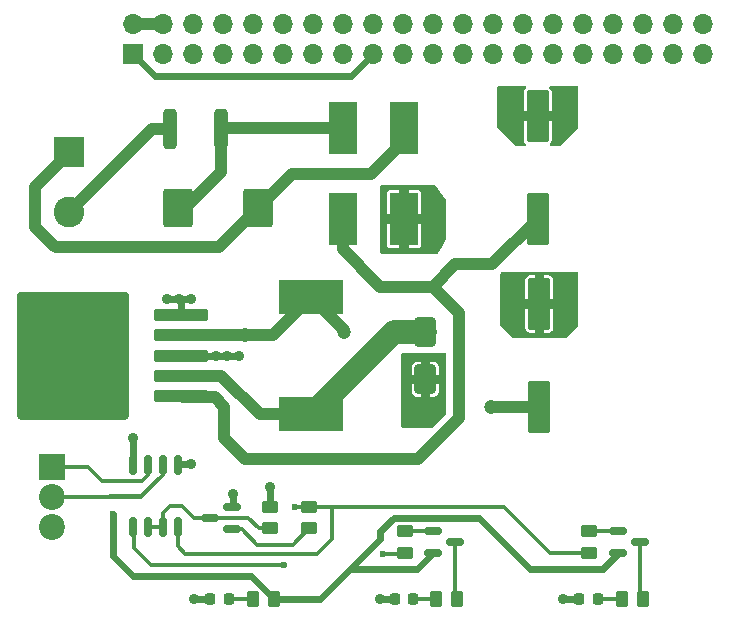
<source format=gbr>
%TF.GenerationSoftware,KiCad,Pcbnew,8.0.0*%
%TF.CreationDate,2024-03-02T01:18:58-06:00*%
%TF.ProjectId,kicad-power-hat,6b696361-642d-4706-9f77-65722d686174,rev?*%
%TF.SameCoordinates,Original*%
%TF.FileFunction,Copper,L1,Top*%
%TF.FilePolarity,Positive*%
%FSLAX46Y46*%
G04 Gerber Fmt 4.6, Leading zero omitted, Abs format (unit mm)*
G04 Created by KiCad (PCBNEW 8.0.0) date 2024-03-02 01:18:58*
%MOMM*%
%LPD*%
G01*
G04 APERTURE LIST*
G04 Aperture macros list*
%AMRoundRect*
0 Rectangle with rounded corners*
0 $1 Rounding radius*
0 $2 $3 $4 $5 $6 $7 $8 $9 X,Y pos of 4 corners*
0 Add a 4 corners polygon primitive as box body*
4,1,4,$2,$3,$4,$5,$6,$7,$8,$9,$2,$3,0*
0 Add four circle primitives for the rounded corners*
1,1,$1+$1,$2,$3*
1,1,$1+$1,$4,$5*
1,1,$1+$1,$6,$7*
1,1,$1+$1,$8,$9*
0 Add four rect primitives between the rounded corners*
20,1,$1+$1,$2,$3,$4,$5,0*
20,1,$1+$1,$4,$5,$6,$7,0*
20,1,$1+$1,$6,$7,$8,$9,0*
20,1,$1+$1,$8,$9,$2,$3,0*%
G04 Aperture macros list end*
%TA.AperFunction,SMDPad,CuDef*%
%ADD10R,2.400000X4.400000*%
%TD*%
%TA.AperFunction,SMDPad,CuDef*%
%ADD11RoundRect,0.250000X0.700000X-1.950000X0.700000X1.950000X-0.700000X1.950000X-0.700000X-1.950000X0*%
%TD*%
%TA.AperFunction,SMDPad,CuDef*%
%ADD12RoundRect,0.150000X0.150000X-0.675000X0.150000X0.675000X-0.150000X0.675000X-0.150000X-0.675000X0*%
%TD*%
%TA.AperFunction,SMDPad,CuDef*%
%ADD13RoundRect,0.250000X2.050000X0.300000X-2.050000X0.300000X-2.050000X-0.300000X2.050000X-0.300000X0*%
%TD*%
%TA.AperFunction,SMDPad,CuDef*%
%ADD14RoundRect,0.250000X2.025000X2.375000X-2.025000X2.375000X-2.025000X-2.375000X2.025000X-2.375000X0*%
%TD*%
%TA.AperFunction,SMDPad,CuDef*%
%ADD15RoundRect,0.250002X4.449998X5.149998X-4.449998X5.149998X-4.449998X-5.149998X4.449998X-5.149998X0*%
%TD*%
%TA.AperFunction,SMDPad,CuDef*%
%ADD16RoundRect,0.250000X-0.262500X-0.450000X0.262500X-0.450000X0.262500X0.450000X-0.262500X0.450000X0*%
%TD*%
%TA.AperFunction,SMDPad,CuDef*%
%ADD17RoundRect,0.250000X0.450000X-0.262500X0.450000X0.262500X-0.450000X0.262500X-0.450000X-0.262500X0*%
%TD*%
%TA.AperFunction,SMDPad,CuDef*%
%ADD18RoundRect,0.250000X-0.450000X0.262500X-0.450000X-0.262500X0.450000X-0.262500X0.450000X0.262500X0*%
%TD*%
%TA.AperFunction,SMDPad,CuDef*%
%ADD19RoundRect,0.150000X-0.587500X-0.150000X0.587500X-0.150000X0.587500X0.150000X-0.587500X0.150000X0*%
%TD*%
%TA.AperFunction,SMDPad,CuDef*%
%ADD20RoundRect,0.150000X0.587500X0.150000X-0.587500X0.150000X-0.587500X-0.150000X0.587500X-0.150000X0*%
%TD*%
%TA.AperFunction,SMDPad,CuDef*%
%ADD21R,5.400000X2.900000*%
%TD*%
%TA.AperFunction,ComponentPad*%
%ADD22R,2.200000X2.200000*%
%TD*%
%TA.AperFunction,ComponentPad*%
%ADD23C,2.200000*%
%TD*%
%TA.AperFunction,ComponentPad*%
%ADD24O,1.700000X1.700000*%
%TD*%
%TA.AperFunction,ComponentPad*%
%ADD25R,1.700000X1.700000*%
%TD*%
%TA.AperFunction,ComponentPad*%
%ADD26R,2.600000X2.600000*%
%TD*%
%TA.AperFunction,ComponentPad*%
%ADD27C,2.600000*%
%TD*%
%TA.AperFunction,SMDPad,CuDef*%
%ADD28RoundRect,0.250000X-0.312500X-1.450000X0.312500X-1.450000X0.312500X1.450000X-0.312500X1.450000X0*%
%TD*%
%TA.AperFunction,SMDPad,CuDef*%
%ADD29RoundRect,0.218750X-0.218750X-0.256250X0.218750X-0.256250X0.218750X0.256250X-0.218750X0.256250X0*%
%TD*%
%TA.AperFunction,SMDPad,CuDef*%
%ADD30RoundRect,0.250000X-0.650000X1.000000X-0.650000X-1.000000X0.650000X-1.000000X0.650000X1.000000X0*%
%TD*%
%TA.AperFunction,SMDPad,CuDef*%
%ADD31RoundRect,0.250000X-1.000000X1.400000X-1.000000X-1.400000X1.000000X-1.400000X1.000000X1.400000X0*%
%TD*%
%TA.AperFunction,ViaPad*%
%ADD32C,0.600000*%
%TD*%
%TA.AperFunction,ViaPad*%
%ADD33C,0.900000*%
%TD*%
%TA.AperFunction,ViaPad*%
%ADD34C,1.200000*%
%TD*%
%TA.AperFunction,Conductor*%
%ADD35C,0.300000*%
%TD*%
%TA.AperFunction,Conductor*%
%ADD36C,0.600000*%
%TD*%
%TA.AperFunction,Conductor*%
%ADD37C,1.000000*%
%TD*%
%TA.AperFunction,Conductor*%
%ADD38C,2.000000*%
%TD*%
G04 APERTURE END LIST*
D10*
%TO.P,D3,1,-*%
%TO.N,GND*%
X125195000Y-109815000D03*
%TO.P,D3,2*%
%TO.N,/AC N*%
X125195000Y-102115000D03*
%TO.P,D3,3*%
%TO.N,/AC L*%
X119995000Y-102115000D03*
%TO.P,D3,4,+*%
%TO.N,/DC+*%
X119995000Y-109815000D03*
%TD*%
D11*
%TO.P,C1,1*%
%TO.N,/DC+*%
X136525000Y-109815000D03*
%TO.P,C1,2*%
%TO.N,GND*%
X136525000Y-101115000D03*
%TD*%
D12*
%TO.P,U1,8,VCC*%
%TO.N,3V3*%
X102235000Y-130640000D03*
%TO.P,U1,7,B*%
%TO.N,Net-(J3-Pin_1)*%
X103505000Y-130640000D03*
%TO.P,U1,6,A*%
%TO.N,Net-(J3-Pin_2)*%
X104775000Y-130640000D03*
%TO.P,U1,5,GND*%
%TO.N,GND*%
X106045000Y-130640000D03*
%TO.P,U1,4,DI*%
%TO.N,TXD*%
X106045000Y-135890000D03*
%TO.P,U1,3,DE*%
%TO.N,Net-(Q1-C)*%
X104775000Y-135890000D03*
%TO.P,U1,2,~{RE}*%
X103505000Y-135890000D03*
%TO.P,U1,1,RO*%
%TO.N,RXD*%
X102235000Y-135890000D03*
%TD*%
D13*
%TO.P,U2,1,VIN*%
%TO.N,/DC+*%
X106305000Y-124780000D03*
%TO.P,U2,2,OUT*%
%TO.N,Net-(D5-K)*%
X106305000Y-123080000D03*
%TO.P,U2,3,GND*%
%TO.N,GND*%
X106305000Y-121380000D03*
D14*
X99580000Y-124155000D03*
X99580000Y-118605000D03*
D15*
X97155000Y-121380000D03*
D14*
X94730000Y-124155000D03*
X94730000Y-118605000D03*
D13*
%TO.P,U2,4,FB*%
%TO.N,5V*%
X106305000Y-119680000D03*
%TO.P,U2,5,~{ON}/OFF*%
%TO.N,GND*%
X106305000Y-117980000D03*
%TD*%
D16*
%TO.P,R1,1*%
%TO.N,Net-(D1-A)*%
X112371500Y-141986000D03*
%TO.P,R1,2*%
%TO.N,3V3*%
X114196500Y-141986000D03*
%TD*%
%TO.P,R5,1*%
%TO.N,Net-(D4-A)*%
X127865500Y-141986000D03*
%TO.P,R5,2*%
%TO.N,Net-(Q2-C)*%
X129690500Y-141986000D03*
%TD*%
D17*
%TO.P,R4,1*%
%TO.N,USRLED*%
X125300500Y-138072500D03*
%TO.P,R4,2*%
%TO.N,Net-(Q2-B)*%
X125300500Y-136247500D03*
%TD*%
D16*
%TO.P,R7,1*%
%TO.N,Net-(D6-A)*%
X143613500Y-141986000D03*
%TO.P,R7,2*%
%TO.N,Net-(Q3-C)*%
X145438500Y-141986000D03*
%TD*%
D17*
%TO.P,R6,1*%
%TO.N,TXD*%
X140891500Y-138072500D03*
%TO.P,R6,2*%
%TO.N,Net-(Q3-B)*%
X140891500Y-136247500D03*
%TD*%
D18*
%TO.P,R2,2*%
%TO.N,Net-(Q1-B)*%
X117172500Y-136020500D03*
%TO.P,R2,1*%
%TO.N,TXD*%
X117172500Y-134195500D03*
%TD*%
%TO.P,R3,2*%
%TO.N,Net-(Q1-C)*%
X113870500Y-136020500D03*
%TO.P,R3,1*%
%TO.N,3V3*%
X113870500Y-134195500D03*
%TD*%
D19*
%TO.P,Q2,3,C*%
%TO.N,Net-(Q2-C)*%
X129540000Y-137160000D03*
%TO.P,Q2,2,E*%
%TO.N,3V3*%
X127665000Y-138110000D03*
%TO.P,Q2,1,B*%
%TO.N,Net-(Q2-B)*%
X127665000Y-136210000D03*
%TD*%
%TO.P,Q3,1,B*%
%TO.N,Net-(Q3-B)*%
X143334500Y-136210000D03*
%TO.P,Q3,2,E*%
%TO.N,3V3*%
X143334500Y-138110000D03*
%TO.P,Q3,3,C*%
%TO.N,Net-(Q3-C)*%
X145209500Y-137160000D03*
%TD*%
D20*
%TO.P,Q1,3,C*%
%TO.N,Net-(Q1-C)*%
X108790500Y-135128000D03*
%TO.P,Q1,2,E*%
%TO.N,GND*%
X110665500Y-134178000D03*
%TO.P,Q1,1,B*%
%TO.N,Net-(Q1-B)*%
X110665500Y-136078000D03*
%TD*%
D21*
%TO.P,L1,1*%
%TO.N,Net-(D5-K)*%
X117331666Y-126330000D03*
%TO.P,L1,2*%
%TO.N,5V*%
X117331666Y-116430000D03*
%TD*%
D22*
%TO.P,J3,1,Pin_1*%
%TO.N,Net-(J3-Pin_1)*%
X95350000Y-130810000D03*
D23*
%TO.P,J3,2,Pin_2*%
%TO.N,Net-(J3-Pin_2)*%
X95350000Y-133350000D03*
%TO.P,J3,3,Pin_3*%
%TO.N,GND*%
X95350000Y-135890000D03*
%TD*%
D24*
%TO.P,J1,40,GPIO21/SCLK1*%
%TO.N,unconnected-(J1-GPIO21{slash}SCLK1-Pad40)*%
X150500000Y-93350000D03*
%TO.P,J1,39,GND*%
%TO.N,GND*%
X150500000Y-95890000D03*
%TO.P,J1,38,GPIO20/MOSI1*%
%TO.N,unconnected-(J1-GPIO20{slash}MOSI1-Pad38)*%
X147960000Y-93350000D03*
%TO.P,J1,37,GPIO26*%
%TO.N,unconnected-(J1-GPIO26-Pad37)*%
X147960000Y-95890000D03*
%TO.P,J1,36,GPIO16*%
%TO.N,unconnected-(J1-GPIO16-Pad36)*%
X145420000Y-93350000D03*
%TO.P,J1,35,GPIO19/MISO1*%
%TO.N,unconnected-(J1-GPIO19{slash}MISO1-Pad35)*%
X145420000Y-95890000D03*
%TO.P,J1,34,GND*%
%TO.N,GND*%
X142880000Y-93350000D03*
%TO.P,J1,33,PWM1/GPIO13*%
%TO.N,unconnected-(J1-PWM1{slash}GPIO13-Pad33)*%
X142880000Y-95890000D03*
%TO.P,J1,32,PWM0/GPIO12*%
%TO.N,unconnected-(J1-PWM0{slash}GPIO12-Pad32)*%
X140340000Y-93350000D03*
%TO.P,J1,31,GCLK2/GPIO6*%
%TO.N,unconnected-(J1-GCLK2{slash}GPIO6-Pad31)*%
X140340000Y-95890000D03*
%TO.P,J1,30,GND*%
%TO.N,GND*%
X137800000Y-93350000D03*
%TO.P,J1,29,GCLK1/GPIO5*%
%TO.N,unconnected-(J1-GCLK1{slash}GPIO5-Pad29)*%
X137800000Y-95890000D03*
%TO.P,J1,28,ID_SC/GPIO1*%
%TO.N,unconnected-(J1-ID_SC{slash}GPIO1-Pad28)*%
X135260000Y-93350000D03*
%TO.P,J1,27,ID_SD/GPIO0*%
%TO.N,unconnected-(J1-ID_SD{slash}GPIO0-Pad27)*%
X135260000Y-95890000D03*
%TO.P,J1,26,~{CE1}/GPIO7*%
%TO.N,unconnected-(J1-~{CE1}{slash}GPIO7-Pad26)*%
X132720000Y-93350000D03*
%TO.P,J1,25,GND*%
%TO.N,GND*%
X132720000Y-95890000D03*
%TO.P,J1,24,~{CE0}/GPIO8*%
%TO.N,unconnected-(J1-~{CE0}{slash}GPIO8-Pad24)*%
X130180000Y-93350000D03*
%TO.P,J1,23,SCLK0/GPIO11*%
%TO.N,unconnected-(J1-SCLK0{slash}GPIO11-Pad23)*%
X130180000Y-95890000D03*
%TO.P,J1,22,GPIO25*%
%TO.N,unconnected-(J1-GPIO25-Pad22)*%
X127640000Y-93350000D03*
%TO.P,J1,21,MISO0/GPIO9*%
%TO.N,unconnected-(J1-MISO0{slash}GPIO9-Pad21)*%
X127640000Y-95890000D03*
%TO.P,J1,20,GND*%
%TO.N,GND*%
X125100000Y-93350000D03*
%TO.P,J1,19,MOSI0/GPIO10*%
%TO.N,unconnected-(J1-MOSI0{slash}GPIO10-Pad19)*%
X125100000Y-95890000D03*
%TO.P,J1,18,GPIO24*%
%TO.N,unconnected-(J1-GPIO24-Pad18)*%
X122560000Y-93350000D03*
%TO.P,J1,17,3V3*%
%TO.N,3V3*%
X122560000Y-95890000D03*
%TO.P,J1,16,GPIO23*%
%TO.N,unconnected-(J1-GPIO23-Pad16)*%
X120020000Y-93350000D03*
%TO.P,J1,15,GPIO22*%
%TO.N,USRLED*%
X120020000Y-95890000D03*
%TO.P,J1,14,GND*%
%TO.N,GND*%
X117480000Y-93350000D03*
%TO.P,J1,13,GPIO27*%
%TO.N,unconnected-(J1-GPIO27-Pad13)*%
X117480000Y-95890000D03*
%TO.P,J1,12,GPIO18/PWM0*%
%TO.N,unconnected-(J1-GPIO18{slash}PWM0-Pad12)*%
X114940000Y-93350000D03*
%TO.P,J1,11,GPIO17*%
%TO.N,unconnected-(J1-GPIO17-Pad11)*%
X114940000Y-95890000D03*
%TO.P,J1,10,GPIO15/RXD*%
%TO.N,RXD*%
X112400000Y-93350000D03*
%TO.P,J1,9,GND*%
%TO.N,GND*%
X112400000Y-95890000D03*
%TO.P,J1,8,GPIO14/TXD*%
%TO.N,TXD*%
X109860000Y-93350000D03*
%TO.P,J1,7,GCLK0/GPIO4*%
%TO.N,unconnected-(J1-GCLK0{slash}GPIO4-Pad7)*%
X109860000Y-95890000D03*
%TO.P,J1,6,GND*%
%TO.N,GND*%
X107320000Y-93350000D03*
%TO.P,J1,5,SCL/GPIO3*%
%TO.N,unconnected-(J1-SCL{slash}GPIO3-Pad5)*%
X107320000Y-95890000D03*
%TO.P,J1,4,5V*%
%TO.N,5V*%
X104780000Y-93350000D03*
%TO.P,J1,3,SDA/GPIO2*%
%TO.N,unconnected-(J1-SDA{slash}GPIO2-Pad3)*%
X104780000Y-95890000D03*
%TO.P,J1,2,5V*%
%TO.N,5V*%
X102240000Y-93350000D03*
D25*
%TO.P,J1,1,3V3*%
%TO.N,3V3*%
X102240000Y-95890000D03*
%TD*%
D26*
%TO.P,J2,1,Pin_1*%
%TO.N,/AC N*%
X96850000Y-104135000D03*
D27*
%TO.P,J2,2,Pin_2*%
%TO.N,Net-(J2-Pin_2)*%
X96850000Y-109215000D03*
%TD*%
D28*
%TO.P,F1,1*%
%TO.N,Net-(J2-Pin_2)*%
X105410000Y-102235000D03*
%TO.P,F1,2*%
%TO.N,/AC L*%
X109685000Y-102235000D03*
%TD*%
D29*
%TO.P,D1,1,K*%
%TO.N,GND*%
X108790000Y-141986000D03*
%TO.P,D1,2,A*%
%TO.N,Net-(D1-A)*%
X110365000Y-141986000D03*
%TD*%
%TO.P,D4,1,K*%
%TO.N,GND*%
X124411000Y-141986000D03*
%TO.P,D4,2,A*%
%TO.N,Net-(D4-A)*%
X125986000Y-141986000D03*
%TD*%
%TO.P,D6,1,K*%
%TO.N,GND*%
X140032000Y-141986000D03*
%TO.P,D6,2,A*%
%TO.N,Net-(D6-A)*%
X141607000Y-141986000D03*
%TD*%
D30*
%TO.P,D5,1,K*%
%TO.N,Net-(D5-K)*%
X127000000Y-119402500D03*
%TO.P,D5,2,A*%
%TO.N,GND*%
X127000000Y-123402500D03*
%TD*%
D31*
%TO.P,D2,1,A1*%
%TO.N,/AC N*%
X112845000Y-108915000D03*
%TO.P,D2,2,A2*%
%TO.N,/AC L*%
X106045000Y-108915000D03*
%TD*%
D11*
%TO.P,C2,1*%
%TO.N,5V*%
X136640000Y-125730000D03*
%TO.P,C2,2*%
%TO.N,GND*%
X136640000Y-117030000D03*
%TD*%
D32*
%TO.N,RXD*%
X115062000Y-139090400D03*
%TO.N,3V3*%
X100584034Y-134772366D03*
D33*
%TO.N,GND*%
X111252000Y-121412000D03*
X109252014Y-121380000D03*
X107188000Y-116586000D03*
X105156000Y-116586000D03*
X106172000Y-116586000D03*
X110236000Y-121380000D03*
D32*
%TO.N,USRLED*%
X123444000Y-138176000D03*
%TO.N,TXD*%
X115925600Y-134162800D03*
D33*
%TO.N,GND*%
X107188000Y-130556000D03*
X110744000Y-133096000D03*
X107442000Y-141986000D03*
X123190000Y-141986000D03*
X138684000Y-141986000D03*
D34*
%TO.N,5V*%
X120142004Y-119379990D03*
X132588000Y-125730000D03*
D33*
%TO.N,GND*%
X127508000Y-125984000D03*
X126238000Y-125984000D03*
X138938000Y-101346000D03*
X138938000Y-99568000D03*
X139192000Y-117602000D03*
X139192000Y-115570000D03*
X134112000Y-117602000D03*
X134112000Y-115570000D03*
X134112000Y-101346000D03*
X134112000Y-99568000D03*
X127762000Y-110490000D03*
X127762000Y-108712000D03*
X100330000Y-118872000D03*
X100330000Y-121412000D03*
X100330000Y-123952000D03*
X98298000Y-125222000D03*
X98298000Y-122682000D03*
X98298000Y-120142000D03*
X98298000Y-117602000D03*
X96266000Y-118872000D03*
X96266000Y-121412000D03*
X96266000Y-123952000D03*
X94234000Y-125222000D03*
X94234000Y-122682000D03*
X94234000Y-120142000D03*
X94234000Y-117602000D03*
%TO.N,3V3*%
X113839231Y-132540759D03*
X102209600Y-128371600D03*
D34*
%TO.N,5V*%
X111760000Y-119680000D03*
%TD*%
D35*
%TO.N,RXD*%
X103784400Y-139090400D02*
X102362000Y-137668000D01*
X115062000Y-139090400D02*
X103784400Y-139090400D01*
D36*
%TO.N,3V3*%
X102209600Y-140055600D02*
X100533200Y-138379200D01*
X100533200Y-134823200D02*
X100584034Y-134772366D01*
X112266100Y-140055600D02*
X102209600Y-140055600D01*
X114196500Y-141986000D02*
X112266100Y-140055600D01*
X100533200Y-138379200D02*
X100533200Y-134823200D01*
D35*
%TO.N,TXD*%
X117172500Y-134195500D02*
X115958300Y-134195500D01*
X115958300Y-134195500D02*
X115925600Y-134162800D01*
D36*
%TO.N,3V3*%
X113870500Y-132572028D02*
X113839231Y-132540759D01*
X113870500Y-134195500D02*
X113870500Y-132572028D01*
X102235000Y-128397000D02*
X102209600Y-128371600D01*
X102235000Y-130640000D02*
X102235000Y-128397000D01*
X120710800Y-97739200D02*
X104089200Y-97739200D01*
X104089200Y-97739200D02*
X102240000Y-95890000D01*
X122560000Y-95890000D02*
X120710800Y-97739200D01*
D37*
%TO.N,/AC L*%
X109805000Y-102115000D02*
X109685000Y-102235000D01*
X119995000Y-102115000D02*
X109805000Y-102115000D01*
X106718200Y-108775400D02*
X106184600Y-108775400D01*
X106184600Y-108775400D02*
X106045000Y-108915000D01*
X109685000Y-105808600D02*
X106718200Y-108775400D01*
X109685000Y-102235000D02*
X109685000Y-105808600D01*
%TO.N,/AC N*%
X125195000Y-103252600D02*
X125195000Y-102115000D01*
X122402600Y-106045000D02*
X125195000Y-103252600D01*
X115874800Y-106045000D02*
X122402600Y-106045000D01*
X115715000Y-106045000D02*
X115874800Y-106045000D01*
X112845000Y-108915000D02*
X115715000Y-106045000D01*
X109533800Y-112226200D02*
X112845000Y-108915000D01*
X95580200Y-112090200D02*
X95716200Y-112226200D01*
X95716200Y-112226200D02*
X109533800Y-112226200D01*
X93980000Y-110490000D02*
X95580200Y-112090200D01*
X93980000Y-107137200D02*
X93980000Y-110490000D01*
X96850000Y-104267200D02*
X93980000Y-107137200D01*
X96850000Y-104135000D02*
X96850000Y-104267200D01*
%TO.N,Net-(J2-Pin_2)*%
X103830000Y-102235000D02*
X105410000Y-102235000D01*
X96850000Y-109215000D02*
X103830000Y-102235000D01*
%TO.N,/DC+*%
X106442200Y-124917200D02*
X106305000Y-124780000D01*
X109169200Y-124917200D02*
X106442200Y-124917200D01*
X109982000Y-128397000D02*
X109982000Y-125730000D01*
X109982000Y-125730000D02*
X109169200Y-124917200D01*
X111760000Y-130175000D02*
X109982000Y-128397000D01*
X111760000Y-130175000D02*
X126365000Y-130175000D01*
X129667000Y-126873000D02*
X126365000Y-130175000D01*
X129857500Y-126682500D02*
X129667000Y-126873000D01*
X129857500Y-117792500D02*
X129857500Y-126682500D01*
X127635000Y-115570000D02*
X129857500Y-117792500D01*
X129540000Y-113665000D02*
X127635000Y-115570000D01*
X132675000Y-113665000D02*
X129540000Y-113665000D01*
X136525000Y-109815000D02*
X132675000Y-113665000D01*
X122936000Y-115316000D02*
X123190000Y-115570000D01*
X123190000Y-115570000D02*
X127635000Y-115570000D01*
X119995000Y-112375000D02*
X122936000Y-115316000D01*
X119995000Y-109815000D02*
X119995000Y-112375000D01*
%TO.N,Net-(D5-K)*%
X109719600Y-123080000D02*
X112969600Y-126330000D01*
X112969600Y-126330000D02*
X117331666Y-126330000D01*
X106305000Y-123080000D02*
X109719600Y-123080000D01*
D38*
X117408400Y-126330000D02*
X117331666Y-126330000D01*
X124335900Y-119402500D02*
X117408400Y-126330000D01*
X127000000Y-119402500D02*
X124335900Y-119402500D01*
D36*
%TO.N,3V3*%
X123190000Y-136906000D02*
X123190000Y-136245600D01*
X131572000Y-135128000D02*
X124307600Y-135128000D01*
X123190000Y-136245600D02*
X124307600Y-135128000D01*
X123190000Y-136906000D02*
X120650000Y-139446000D01*
X141998500Y-139446000D02*
X135890000Y-139446000D01*
X135890000Y-139446000D02*
X131572000Y-135128000D01*
X143334500Y-138110000D02*
X141998500Y-139446000D01*
%TO.N,GND*%
X105156000Y-116586000D02*
X106172000Y-116586000D01*
X107188000Y-116586000D02*
X106172000Y-116586000D01*
X110268000Y-121412000D02*
X110236000Y-121380000D01*
X111252000Y-121412000D02*
X110268000Y-121412000D01*
X110236000Y-121380000D02*
X109252014Y-121380000D01*
X106305000Y-121380000D02*
X109252014Y-121380000D01*
X106305000Y-117980000D02*
X106305000Y-116719000D01*
X106305000Y-116719000D02*
X106172000Y-116586000D01*
D35*
%TO.N,Net-(Q1-B)*%
X115779000Y-137414000D02*
X117172500Y-136020500D01*
X112776000Y-137414000D02*
X115779000Y-137414000D01*
X111440000Y-136078000D02*
X112776000Y-137414000D01*
X110665500Y-136078000D02*
X111440000Y-136078000D01*
%TO.N,TXD*%
X119126000Y-136906000D02*
X117856000Y-138176000D01*
X119126000Y-134195500D02*
X119126000Y-136906000D01*
X119126000Y-134195500D02*
X117172500Y-134195500D01*
X133687500Y-134195500D02*
X119126000Y-134195500D01*
X106680000Y-138176000D02*
X117856000Y-138176000D01*
%TO.N,Net-(Q1-C)*%
X112014000Y-135128000D02*
X108790500Y-135128000D01*
X112906500Y-136020500D02*
X112014000Y-135128000D01*
X113870500Y-136020500D02*
X112906500Y-136020500D01*
%TO.N,TXD*%
X106045000Y-135890000D02*
X106045000Y-137541000D01*
X106045000Y-137541000D02*
X106680000Y-138176000D01*
%TO.N,Net-(Q2-B)*%
X127627500Y-136247500D02*
X127665000Y-136210000D01*
X125300500Y-136247500D02*
X127627500Y-136247500D01*
%TO.N,Net-(Q3-B)*%
X140929000Y-136210000D02*
X140891500Y-136247500D01*
X143334500Y-136210000D02*
X140929000Y-136210000D01*
%TO.N,Net-(Q3-C)*%
X145209500Y-141757000D02*
X145438500Y-141986000D01*
X145209500Y-137160000D02*
X145209500Y-141757000D01*
%TO.N,Net-(Q2-C)*%
X129540000Y-141835500D02*
X129690500Y-141986000D01*
X129540000Y-137160000D02*
X129540000Y-141835500D01*
D36*
%TO.N,3V3*%
X126329000Y-139446000D02*
X127665000Y-138110000D01*
X120650000Y-139446000D02*
X126329000Y-139446000D01*
X118110000Y-141986000D02*
X120650000Y-139446000D01*
X114196500Y-141986000D02*
X118110000Y-141986000D01*
D35*
%TO.N,TXD*%
X137564500Y-138072500D02*
X133687500Y-134195500D01*
X140891500Y-138072500D02*
X137564500Y-138072500D01*
%TO.N,USRLED*%
X125197000Y-138176000D02*
X125300500Y-138072500D01*
X123444000Y-138176000D02*
X125197000Y-138176000D01*
D37*
%TO.N,5V*%
X120142004Y-119240338D02*
X120142004Y-119379990D01*
X117331666Y-116430000D02*
X120142004Y-119240338D01*
D35*
%TO.N,Net-(Q1-C)*%
X104775000Y-134747000D02*
X104775000Y-135890000D01*
X105410000Y-134112000D02*
X104775000Y-134747000D01*
X107442000Y-135128000D02*
X106426000Y-134112000D01*
X106426000Y-134112000D02*
X105410000Y-134112000D01*
X108790500Y-135128000D02*
X107442000Y-135128000D01*
X104775000Y-135890000D02*
X103505000Y-135890000D01*
D36*
%TO.N,GND*%
X106129000Y-130556000D02*
X106045000Y-130640000D01*
X107188000Y-130556000D02*
X106129000Y-130556000D01*
X110744000Y-134099500D02*
X110665500Y-134178000D01*
X110744000Y-133096000D02*
X110744000Y-134099500D01*
X123190000Y-141986000D02*
X124411000Y-141986000D01*
X107442000Y-141986000D02*
X108790000Y-141986000D01*
X140032000Y-141986000D02*
X138684000Y-141986000D01*
D35*
%TO.N,Net-(D6-A)*%
X141607000Y-141986000D02*
X143613500Y-141986000D01*
%TO.N,Net-(D4-A)*%
X125986000Y-141986000D02*
X127865500Y-141986000D01*
%TO.N,Net-(D1-A)*%
X110365000Y-141986000D02*
X112371500Y-141986000D01*
%TO.N,RXD*%
X102362000Y-136017000D02*
X102235000Y-135890000D01*
X102362000Y-137668000D02*
X102362000Y-136017000D01*
D37*
%TO.N,5V*%
X132588000Y-125730000D02*
X136640000Y-125730000D01*
X106305000Y-119680000D02*
X111760000Y-119680000D01*
X111760000Y-119680000D02*
X114081666Y-119680000D01*
X102240000Y-93350000D02*
X104780000Y-93350000D01*
X114081666Y-119680000D02*
X117331666Y-116430000D01*
D35*
%TO.N,Net-(J3-Pin_1)*%
X98425000Y-130810000D02*
X95885000Y-130810000D01*
X99580000Y-131965000D02*
X98425000Y-130810000D01*
X103505000Y-131464999D02*
X103004999Y-131965000D01*
X103004999Y-131965000D02*
X99580000Y-131965000D01*
X103505000Y-130640000D02*
X103505000Y-131464999D01*
%TO.N,Net-(J3-Pin_2)*%
X102889999Y-133350000D02*
X95885000Y-133350000D01*
X104775000Y-131464999D02*
X102889999Y-133350000D01*
X104775000Y-130640000D02*
X104775000Y-131464999D01*
X100265000Y-133350000D02*
X95885000Y-133350000D01*
X100330000Y-133285000D02*
X102954999Y-133285000D01*
X100330000Y-133285000D02*
X100265000Y-133350000D01*
X102954999Y-133285000D02*
X104775000Y-131464999D01*
%TD*%
%TA.AperFunction,Conductor*%
%TO.N,GND*%
G36*
X127769441Y-106953685D02*
G01*
X127799230Y-106980538D01*
X128750828Y-108170035D01*
X128777336Y-108234681D01*
X128778000Y-108247497D01*
X128778000Y-111471654D01*
X128760329Y-111535451D01*
X128364457Y-112195239D01*
X128059494Y-112703511D01*
X128052122Y-112715797D01*
X128000751Y-112763156D01*
X127945793Y-112776000D01*
X123314000Y-112776000D01*
X123246961Y-112756315D01*
X123201206Y-112703511D01*
X123190000Y-112652000D01*
X123190000Y-110215000D01*
X123745000Y-110215000D01*
X123745000Y-112039628D01*
X123759503Y-112112540D01*
X123759505Y-112112544D01*
X123814760Y-112195239D01*
X123897455Y-112250494D01*
X123897459Y-112250496D01*
X123970371Y-112264999D01*
X123970374Y-112265000D01*
X124795000Y-112265000D01*
X124795000Y-110215000D01*
X125595000Y-110215000D01*
X125595000Y-112265000D01*
X126419626Y-112265000D01*
X126419628Y-112264999D01*
X126492540Y-112250496D01*
X126492544Y-112250494D01*
X126575239Y-112195239D01*
X126630494Y-112112544D01*
X126630496Y-112112540D01*
X126644999Y-112039628D01*
X126645000Y-112039626D01*
X126645000Y-110215000D01*
X125595000Y-110215000D01*
X124795000Y-110215000D01*
X123745000Y-110215000D01*
X123190000Y-110215000D01*
X123190000Y-109415000D01*
X123745000Y-109415000D01*
X124795000Y-109415000D01*
X124795000Y-107365000D01*
X125595000Y-107365000D01*
X125595000Y-109415000D01*
X126645000Y-109415000D01*
X126645000Y-107590373D01*
X126644999Y-107590371D01*
X126630496Y-107517459D01*
X126630494Y-107517455D01*
X126575239Y-107434760D01*
X126492544Y-107379505D01*
X126492540Y-107379503D01*
X126419627Y-107365000D01*
X125595000Y-107365000D01*
X124795000Y-107365000D01*
X123970373Y-107365000D01*
X123897459Y-107379503D01*
X123897455Y-107379505D01*
X123814760Y-107434760D01*
X123759505Y-107517455D01*
X123759503Y-107517459D01*
X123745000Y-107590371D01*
X123745000Y-109415000D01*
X123190000Y-109415000D01*
X123190000Y-107058000D01*
X123209685Y-106990961D01*
X123262489Y-106945206D01*
X123314000Y-106934000D01*
X127702402Y-106934000D01*
X127769441Y-106953685D01*
G37*
%TD.AperFunction*%
%TD*%
%TA.AperFunction,Conductor*%
%TO.N,GND*%
G36*
X135504013Y-98571685D02*
G01*
X135549768Y-98624489D01*
X135559712Y-98693647D01*
X135530687Y-98757203D01*
X135511285Y-98775267D01*
X135467809Y-98807813D01*
X135381649Y-98922906D01*
X135381645Y-98922913D01*
X135331403Y-99057620D01*
X135331401Y-99057627D01*
X135325000Y-99117155D01*
X135325000Y-100715000D01*
X137725000Y-100715000D01*
X137725000Y-99117172D01*
X137724999Y-99117155D01*
X137718598Y-99057627D01*
X137718596Y-99057620D01*
X137668354Y-98922913D01*
X137668350Y-98922906D01*
X137582190Y-98807813D01*
X137538715Y-98775267D01*
X137496844Y-98719333D01*
X137491860Y-98649641D01*
X137525345Y-98588318D01*
X137586669Y-98554834D01*
X137613026Y-98552000D01*
X139830000Y-98552000D01*
X139897039Y-98571685D01*
X139942794Y-98624489D01*
X139954000Y-98676000D01*
X139954000Y-102056638D01*
X139934315Y-102123677D01*
X139917681Y-102144319D01*
X138466319Y-103595681D01*
X138404996Y-103629166D01*
X138378638Y-103632000D01*
X137671740Y-103632000D01*
X137604701Y-103612315D01*
X137558946Y-103559511D01*
X137549002Y-103490353D01*
X137576885Y-103429296D01*
X137576875Y-103429288D01*
X137576911Y-103429238D01*
X137578027Y-103426797D01*
X137581662Y-103422892D01*
X137668350Y-103307093D01*
X137668354Y-103307086D01*
X137718596Y-103172379D01*
X137718598Y-103172372D01*
X137724999Y-103112844D01*
X137725000Y-103112827D01*
X137725000Y-101515000D01*
X135325000Y-101515000D01*
X135325000Y-103112844D01*
X135331401Y-103172372D01*
X135331403Y-103172379D01*
X135381645Y-103307086D01*
X135381649Y-103307093D01*
X135473125Y-103429288D01*
X135471501Y-103430503D01*
X135499426Y-103481642D01*
X135494442Y-103551334D01*
X135452570Y-103607267D01*
X135387106Y-103631684D01*
X135378260Y-103632000D01*
X134671362Y-103632000D01*
X134604323Y-103612315D01*
X134583681Y-103595681D01*
X133132319Y-102144319D01*
X133098834Y-102082996D01*
X133096000Y-102056638D01*
X133096000Y-98676000D01*
X133115685Y-98608961D01*
X133168489Y-98563206D01*
X133220000Y-98552000D01*
X135436974Y-98552000D01*
X135504013Y-98571685D01*
G37*
%TD.AperFunction*%
%TD*%
%TA.AperFunction,Conductor*%
%TO.N,GND*%
G36*
X139897039Y-114319685D02*
G01*
X139942794Y-114372489D01*
X139954000Y-114424000D01*
X139954000Y-118820638D01*
X139934315Y-118887677D01*
X139917681Y-118908319D01*
X138974319Y-119851681D01*
X138912996Y-119885166D01*
X138886638Y-119888000D01*
X134417362Y-119888000D01*
X134350323Y-119868315D01*
X134329681Y-119851681D01*
X133386319Y-118908319D01*
X133352834Y-118846996D01*
X133350000Y-118820638D01*
X133350000Y-117430000D01*
X135440000Y-117430000D01*
X135440000Y-119027844D01*
X135446401Y-119087372D01*
X135446403Y-119087379D01*
X135496645Y-119222086D01*
X135496649Y-119222093D01*
X135582809Y-119337187D01*
X135582812Y-119337190D01*
X135697906Y-119423350D01*
X135697913Y-119423354D01*
X135832620Y-119473596D01*
X135832627Y-119473598D01*
X135892155Y-119479999D01*
X135892172Y-119480000D01*
X136240000Y-119480000D01*
X136240000Y-117430000D01*
X137040000Y-117430000D01*
X137040000Y-119480000D01*
X137387828Y-119480000D01*
X137387844Y-119479999D01*
X137447372Y-119473598D01*
X137447379Y-119473596D01*
X137582086Y-119423354D01*
X137582093Y-119423350D01*
X137697187Y-119337190D01*
X137697190Y-119337187D01*
X137783350Y-119222093D01*
X137783354Y-119222086D01*
X137833596Y-119087379D01*
X137833598Y-119087372D01*
X137839999Y-119027844D01*
X137840000Y-119027827D01*
X137840000Y-117430000D01*
X137040000Y-117430000D01*
X136240000Y-117430000D01*
X135440000Y-117430000D01*
X133350000Y-117430000D01*
X133350000Y-116630000D01*
X135440000Y-116630000D01*
X136240000Y-116630000D01*
X136240000Y-114580000D01*
X137040000Y-114580000D01*
X137040000Y-116630000D01*
X137840000Y-116630000D01*
X137840000Y-115032172D01*
X137839999Y-115032155D01*
X137833598Y-114972627D01*
X137833596Y-114972620D01*
X137783354Y-114837913D01*
X137783350Y-114837906D01*
X137697190Y-114722812D01*
X137697187Y-114722809D01*
X137582093Y-114636649D01*
X137582086Y-114636645D01*
X137447379Y-114586403D01*
X137447372Y-114586401D01*
X137387844Y-114580000D01*
X137040000Y-114580000D01*
X136240000Y-114580000D01*
X135892155Y-114580000D01*
X135832627Y-114586401D01*
X135832620Y-114586403D01*
X135697913Y-114636645D01*
X135697906Y-114636649D01*
X135582812Y-114722809D01*
X135582809Y-114722812D01*
X135496649Y-114837906D01*
X135496645Y-114837913D01*
X135446403Y-114972620D01*
X135446401Y-114972627D01*
X135440000Y-115032155D01*
X135440000Y-116630000D01*
X133350000Y-116630000D01*
X133350000Y-114456283D01*
X133369685Y-114389244D01*
X133386319Y-114368602D01*
X133418602Y-114336319D01*
X133479925Y-114302834D01*
X133506283Y-114300000D01*
X139830000Y-114300000D01*
X139897039Y-114319685D01*
G37*
%TD.AperFunction*%
%TD*%
%TA.AperFunction,Conductor*%
%TO.N,GND*%
G36*
X128721039Y-121177685D02*
G01*
X128766794Y-121230489D01*
X128778000Y-121282000D01*
X128778000Y-126295718D01*
X128758315Y-126362757D01*
X128741681Y-126383399D01*
X127653399Y-127471681D01*
X127592076Y-127505166D01*
X127565718Y-127508000D01*
X125092000Y-127508000D01*
X125024961Y-127488315D01*
X124979206Y-127435511D01*
X124968000Y-127384000D01*
X124968000Y-123802500D01*
X125850000Y-123802500D01*
X125850000Y-124450344D01*
X125856401Y-124509872D01*
X125856403Y-124509879D01*
X125906645Y-124644586D01*
X125906649Y-124644593D01*
X125992809Y-124759687D01*
X125992812Y-124759690D01*
X126107906Y-124845850D01*
X126107913Y-124845854D01*
X126242620Y-124896096D01*
X126242627Y-124896098D01*
X126302155Y-124902499D01*
X126302172Y-124902500D01*
X126600000Y-124902500D01*
X126600000Y-123802500D01*
X127400000Y-123802500D01*
X127400000Y-124902500D01*
X127697828Y-124902500D01*
X127697844Y-124902499D01*
X127757372Y-124896098D01*
X127757379Y-124896096D01*
X127892086Y-124845854D01*
X127892093Y-124845850D01*
X128007187Y-124759690D01*
X128007190Y-124759687D01*
X128093350Y-124644593D01*
X128093354Y-124644586D01*
X128143596Y-124509879D01*
X128143598Y-124509872D01*
X128149999Y-124450344D01*
X128150000Y-124450327D01*
X128150000Y-123802500D01*
X127400000Y-123802500D01*
X126600000Y-123802500D01*
X125850000Y-123802500D01*
X124968000Y-123802500D01*
X124968000Y-123002500D01*
X125850000Y-123002500D01*
X126600000Y-123002500D01*
X126600000Y-121902500D01*
X127400000Y-121902500D01*
X127400000Y-123002500D01*
X128150000Y-123002500D01*
X128150000Y-122354672D01*
X128149999Y-122354655D01*
X128143598Y-122295127D01*
X128143596Y-122295120D01*
X128093354Y-122160413D01*
X128093350Y-122160406D01*
X128007190Y-122045312D01*
X128007187Y-122045309D01*
X127892093Y-121959149D01*
X127892086Y-121959145D01*
X127757379Y-121908903D01*
X127757372Y-121908901D01*
X127697844Y-121902500D01*
X127400000Y-121902500D01*
X126600000Y-121902500D01*
X126302155Y-121902500D01*
X126242627Y-121908901D01*
X126242620Y-121908903D01*
X126107913Y-121959145D01*
X126107906Y-121959149D01*
X125992812Y-122045309D01*
X125992809Y-122045312D01*
X125906649Y-122160406D01*
X125906645Y-122160413D01*
X125856403Y-122295120D01*
X125856401Y-122295127D01*
X125850000Y-122354655D01*
X125850000Y-123002500D01*
X124968000Y-123002500D01*
X124968000Y-121282000D01*
X124987685Y-121214961D01*
X125040489Y-121169206D01*
X125092000Y-121158000D01*
X128654000Y-121158000D01*
X128721039Y-121177685D01*
G37*
%TD.AperFunction*%
%TD*%
M02*

</source>
